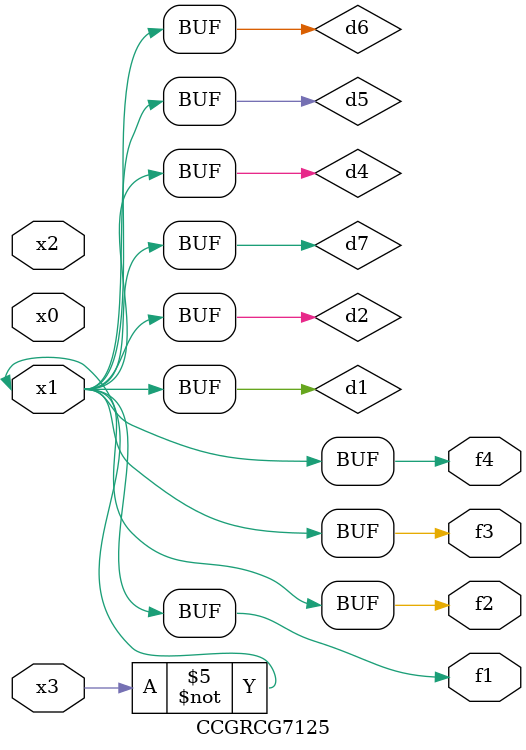
<source format=v>
module CCGRCG7125(
	input x0, x1, x2, x3,
	output f1, f2, f3, f4
);

	wire d1, d2, d3, d4, d5, d6, d7;

	not (d1, x3);
	buf (d2, x1);
	xnor (d3, d1, d2);
	nor (d4, d1);
	buf (d5, d1, d2);
	buf (d6, d4, d5);
	nand (d7, d4);
	assign f1 = d6;
	assign f2 = d7;
	assign f3 = d6;
	assign f4 = d6;
endmodule

</source>
